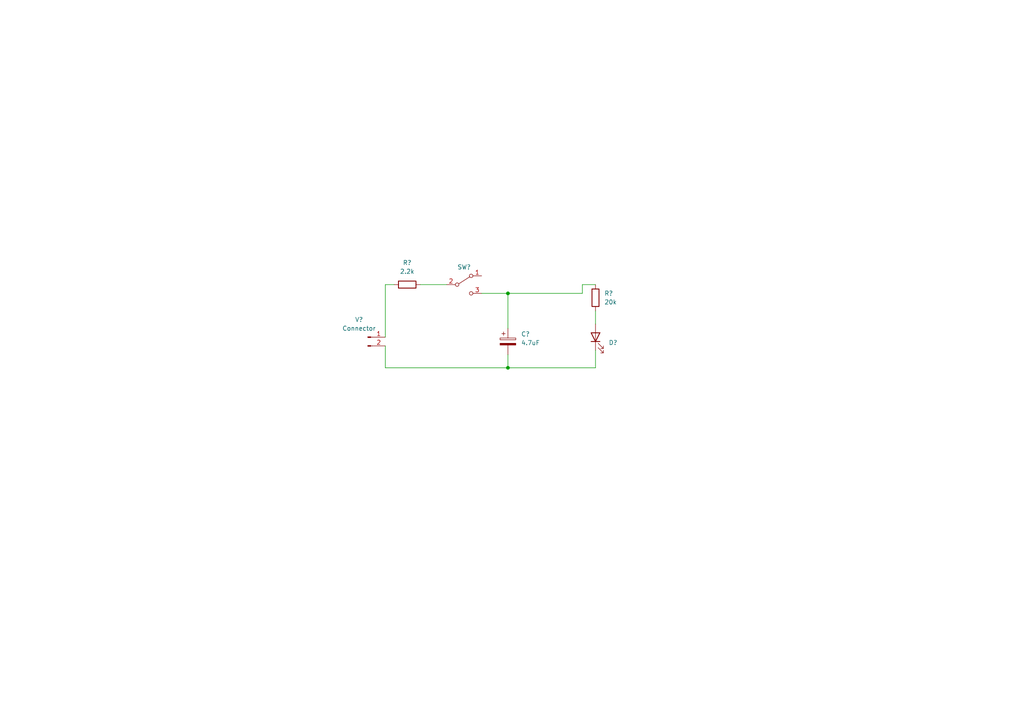
<source format=kicad_sch>
(kicad_sch (version 20211123) (generator eeschema)
  (paper "A4")
  (lib_symbols
    (symbol "Connector:Conn_01x02_Male" (pin_names (offset 1.016) hide)
      (property "Reference" "J" (at 0 2.54 0))
      (property "Value" "Conn_01x02_Male" (at 0 -5.08 0))
      (symbol "Conn_01x02_Male_1_1"
        (polyline (pts (xy 1.27 -2.54) (xy 0.8636 -2.54)) (stroke (width 0.1524)))
        (polyline (pts (xy 1.27 0) (xy 0.8636 0)) (stroke (width 0.1524)))
        (rectangle (start 0.8636 -2.413) (end 0 -2.667) (stroke (width 0.1524)) (fill (type outline)))
        (rectangle (start 0.8636 0.127) (end 0 -0.127) (stroke (width 0.1524)) (fill (type outline)))
        (pin passive line (at 5.08 0 180) (length 3.81) (name "Pin_1") (number "1"))
        (pin passive line (at 5.08 -2.54 180) (length 3.81) (name "Pin_2") (number "2"))
      )
    )
    (symbol "Device:C_Polarized" (pin_numbers hide) (pin_names (offset 0.254))
      (property "Reference" "C" (at 0.635 2.54 0))
      (property "Value" "C_Polarized" (at 0.635 -2.54 0))
      (symbol "C_Polarized_0_1"
        (rectangle (start -2.286 0.508) (end 2.286 1.016))
        (polyline (pts (xy -1.778 2.286) (xy -0.762 2.286)))
        (polyline (pts (xy -1.27 2.794) (xy -1.27 1.778)))
        (rectangle (start 2.286 -0.508) (end -2.286 -1.016) (fill (type outline)))
      )
      (symbol "C_Polarized_1_1"
        (pin passive line (at 0 3.81 270) (length 2.794) (name "~") (number "1"))
        (pin passive line (at 0 -3.81 90) (length 2.794) (name "~") (number "2"))
      )
    )
    (symbol "Device:LED" (pin_numbers hide) (pin_names (offset 1.016) hide)
      (property "Reference" "D" (at 0 2.54 0))
      (property "Value" "LED" (at 0 -2.54 0))
      (symbol "LED_0_1"
        (polyline (pts (xy -1.27 -1.27) (xy -1.27 1.27)) (stroke (width 0.254)))
        (polyline (pts (xy -1.27 0) (xy 1.27 0)))
        (polyline (pts (xy 1.27 -1.27) (xy 1.27 1.27) (xy -1.27 0) (xy 1.27 -1.27)) (stroke (width 0.254)))
        (polyline (pts (xy -3.048 -0.762) (xy -4.572 -2.286) (xy -3.81 -2.286) (xy -4.572 -2.286) (xy -4.572 -1.524)))
        (polyline (pts (xy -1.778 -0.762) (xy -3.302 -2.286) (xy -2.54 -2.286) (xy -3.302 -2.286) (xy -3.302 -1.524)))
      )
      (symbol "LED_1_1"
        (pin passive line (at -3.81 0 0) (length 2.54) (name "K") (number "1"))
        (pin passive line (at 3.81 0 180) (length 2.54) (name "A") (number "2"))
      )
    )
    (symbol "Device:R" (pin_numbers hide) (pin_names (offset 0))
      (property "Reference" "R" (at 2.032 0 90))
      (property "Value" "R" (at 0 0 90))
      (symbol "R_0_1"
        (rectangle (start -1.016 -2.54) (end 1.016 2.54) (stroke (width 0.254)))
      )
      (symbol "R_1_1"
        (pin passive line (at 0 3.81 270) (length 1.27) (name "~") (number "1"))
        (pin passive line (at 0 -3.81 90) (length 1.27) (name "~") (number "2"))
      )
    )
    (symbol "Switch:SW_SPDT" (pin_names (offset 0) hide)
      (property "Reference" "SW" (at 0 4.318 0))
      (property "Value" "SW_SPDT" (at 0 -5.08 0))
      (symbol "SW_SPDT_0_0"
        (circle (center -2.032 0) (radius 0.508))
        (circle (center 2.032 -2.54) (radius 0.508))
      )
      (symbol "SW_SPDT_0_1"
        (polyline (pts (xy -1.524 0.254) (xy 1.651 2.286)))
        (circle (center 2.032 2.54) (radius 0.508))
      )
      (symbol "SW_SPDT_1_1"
        (pin passive line (at 5.08 2.54 180) (length 2.54) (name "A") (number "1"))
        (pin passive line (at -5.08 0 0) (length 2.54) (name "B") (number "2"))
        (pin passive line (at 5.08 -2.54 180) (length 2.54) (name "C") (number "3"))
      )
    )
  )
  (junction (at 147.32 85.09))
  (junction (at 147.32 106.68))
  (wire (pts (xy 111.76 82.55) (xy 114.3 82.55)))
  (wire (pts (xy 147.32 106.68) (xy 111.76 106.68)))
  (wire (pts (xy 172.72 101.6) (xy 172.72 106.68)))
  (wire (pts (xy 139.7 85.09) (xy 147.32 85.09)))
  (wire (pts (xy 111.76 97.79) (xy 111.76 82.55)))
  (wire (pts (xy 172.72 90.17) (xy 172.72 93.98)))
  (wire (pts (xy 172.72 106.68) (xy 147.32 106.68)))
  (wire (pts (xy 147.32 85.09) (xy 147.32 95.25)))
  (wire (pts (xy 168.91 82.55) (xy 172.72 82.55)))
  (wire (pts (xy 121.92 82.55) (xy 129.54 82.55)))
  (wire (pts (xy 111.76 100.33) (xy 111.76 106.68)))
  (wire (pts (xy 168.91 85.09) (xy 168.91 82.55)))
  (wire (pts (xy 147.32 102.87) (xy 147.32 106.68)))
  (wire (pts (xy 147.32 85.09) (xy 168.91 85.09)))
  (symbol (lib_id "Device:C_Polarized") (at 147.32 99.06 0) (unit 1)
    (property "Reference" "C?" (at 151.13 96.9009 0) (effects (justify left)))
    (property "Value" "4.7uF" (at 151.13 99.4409 0) (effects (justify left)))
    (property "Footprint" "Capacitor_THT:C_Radial_D5.0mm_H5.0mm_P2.00mm" (effects hide))
  )
  (symbol (lib_id "Connector:Conn_01x02_Male") (at 106.68 97.79 0) (unit 1)
    (property "Reference" "V?" (at 104.14 92.71 0))
    (property "Value" "Connector" (at 104.14 95.25 0))
    (property "Footprint" "Connector_JST:JST_PH_B2B-PH-K_1x02_P2.00mm_Vertical" (effects hide))
  )
  (symbol (lib_id "Switch:SW_SPDT") (at 134.62 82.55 0) (unit 1)
    (property "Reference" "SW?" (at 134.62 77.47 0))
    (property "Value" "SW_SPDT" (effects hide))
    (property "Footprint" "Button_Switch_THT:SW_E-Switch_EG1224_SPDT_Angled" (effects hide))
  )
  (symbol (lib_id "Device:R") (at 118.11 82.55 270) (unit 1)
    (property "Reference" "R?" (at 118.11 76.2 90))
    (property "Value" "2.2k" (at 118.11 78.74 90))
    (property "Footprint" "Resistor_THT:R_Axial_DIN0516_L15.5mm_D5.0mm_P20.32mm_Horizontal" (effects hide))
  )
  (symbol (lib_id "Device:R") (at 172.72 86.36 0) (unit 1)
    (property "Reference" "R?" (at 175.26 85.0899 0) (effects (justify left)))
    (property "Value" "20k" (at 175.26 87.6299 0) (effects (justify left)))
    (property "Footprint" "Resistor_THT:R_Axial_DIN0516_L15.5mm_D5.0mm_P20.32mm_Horizontal" (effects hide))
  )
  (symbol (lib_id "Device:LED") (at 172.72 97.79 90) (unit 1)
    (property "Reference" "D?" (at 176.53 99.3774 90) (effects (justify right)))
    (property "Value" "LED" (effects hide))
    (property "Footprint" "LED_THT:LED_D5.0mm" (effects hide))
  )
)
</source>
